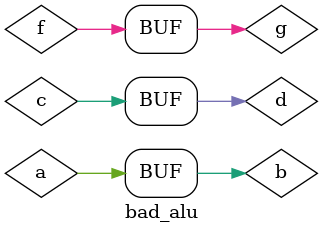
<source format=sv>
module bad_alu;
    logic a;
    logic c;
    logic f;

    assign b = a;   // Error: 'b' is not declared
    assign c = d;   // Error: 'd' is not declared
    assign g = f;   // Error: 'g' is not declared
endmodule

</source>
